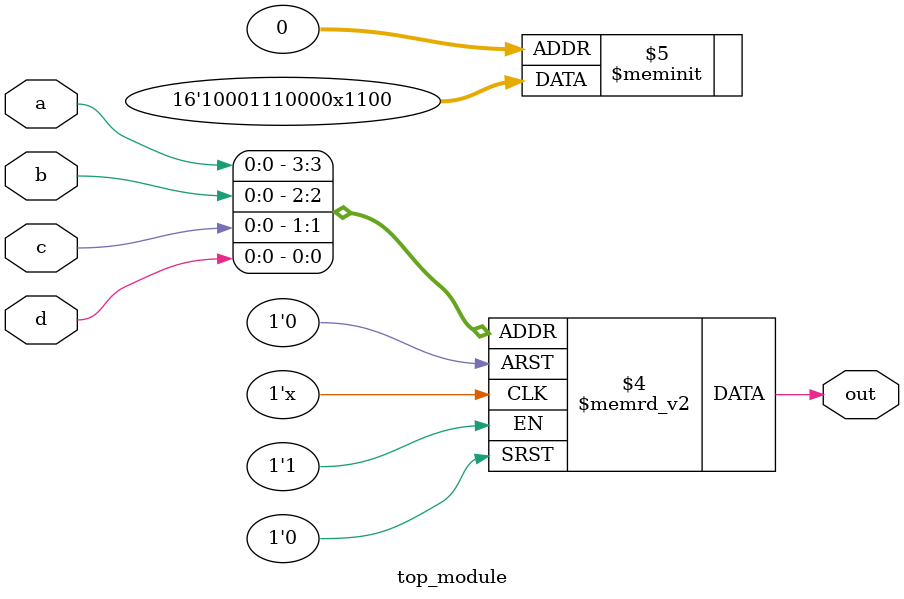
<source format=sv>
module top_module (
    input a, 
    input b,
    input c,
    input d,
    output reg out
);

// Decoder logic
always @(*) begin
    case ({a, b, c, d})
        4'b0000, 4'b0001, 4'b0101, 4'b0110, 4'b0111, 4'b1000, 4'b1100, 4'b1101, 4'b1110: out = 1'b0;
        4'b0011, 4'b0010, 4'b1111, 4'b1011, 4'b1010, 4'b1001, 4'b1000: out = 1'b1;
        default: out = 1'bx;
    endcase
end

endmodule

</source>
